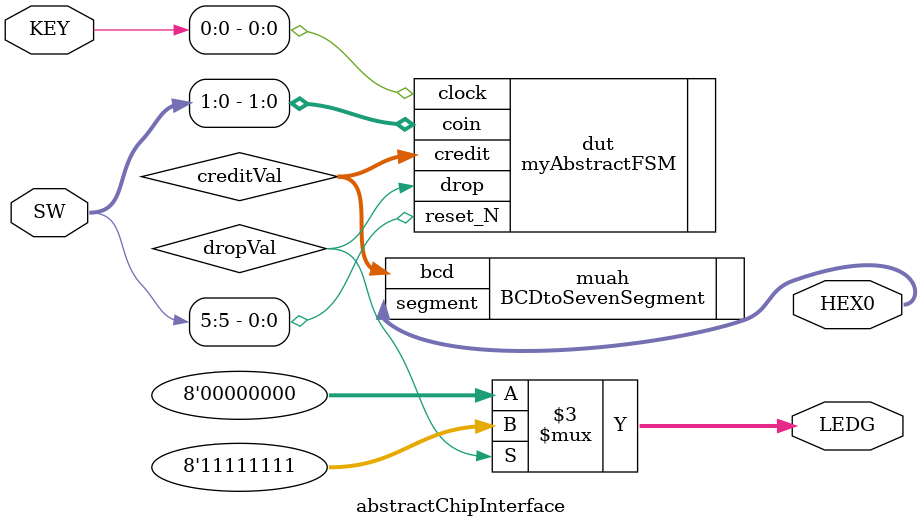
<source format=sv>
`default_nettype none

module abstractChipInterface (
  input logic [2:0] KEY,
  input logic [17:0] SW,
  output logic [6:0] HEX0,
  output logic [7:0] LEDG);

  logic [3:0] creditVal;
  logic dropVal;

  myAbstractFSM dut(.clock(KEY[0]), .reset_N(SW[5]), .coin(SW[1:0]),
                    .credit(creditVal), .drop(dropVal));

  BCDtoSevenSegment muah(.bcd(creditVal), .segment(HEX0));

  always_comb begin
    if (dropVal)
      LEDG = 8'b11111111;
    else
      LEDG = 8'b00000000;
  end
endmodule: abstractChipInterface

</source>
